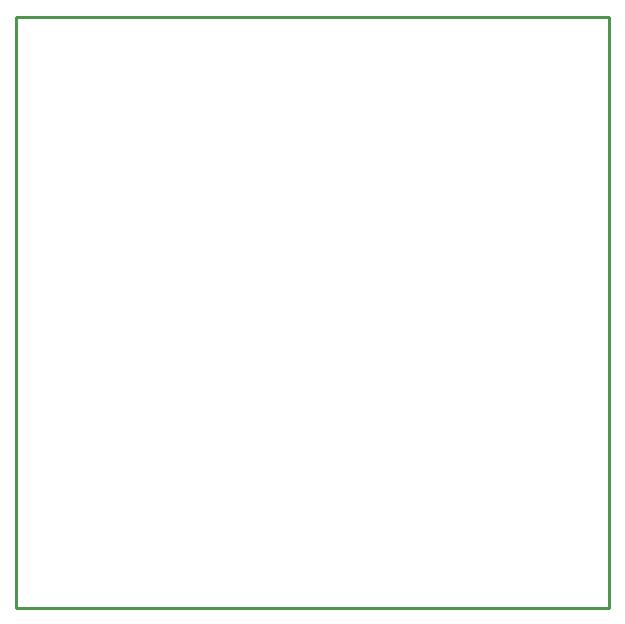
<source format=gko>
G04 Layer: BoardOutlineLayer*
G04 EasyEDA v6.5.48, 2025-03-12 00:12:57*
G04 549dcaa0f3144c7bb9172a23e6edd774,878c4c1e0da8487e804687d0af4422f9,10*
G04 Gerber Generator version 0.2*
G04 Scale: 100 percent, Rotated: No, Reflected: No *
G04 Dimensions in millimeters *
G04 leading zeros omitted , absolute positions ,4 integer and 5 decimal *
%FSLAX45Y45*%
%MOMM*%

%ADD10C,0.2540*%
D10*
X5Y5D02*
G01*
X5Y5003805D01*
X5016505Y5003805D01*
X5016505Y5D01*
X5Y5D01*

%LPD*%
M02*

</source>
